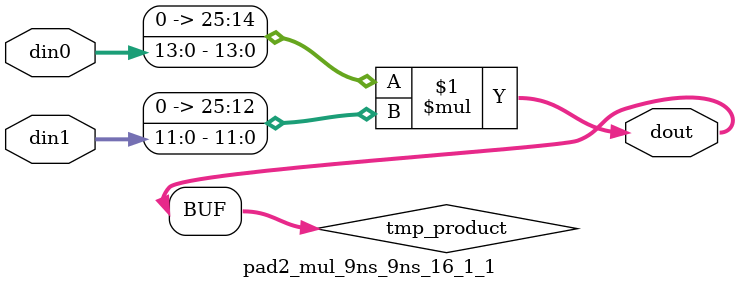
<source format=v>

`timescale 1 ns / 1 ps

 module pad2_mul_9ns_9ns_16_1_1(din0, din1, dout);
parameter ID = 1;
parameter NUM_STAGE = 0;
parameter din0_WIDTH = 14;
parameter din1_WIDTH = 12;
parameter dout_WIDTH = 26;

input [din0_WIDTH - 1 : 0] din0; 
input [din1_WIDTH - 1 : 0] din1; 
output [dout_WIDTH - 1 : 0] dout;

wire signed [dout_WIDTH - 1 : 0] tmp_product;
























assign tmp_product = $signed({1'b0, din0}) * $signed({1'b0, din1});











assign dout = tmp_product;





















endmodule

</source>
